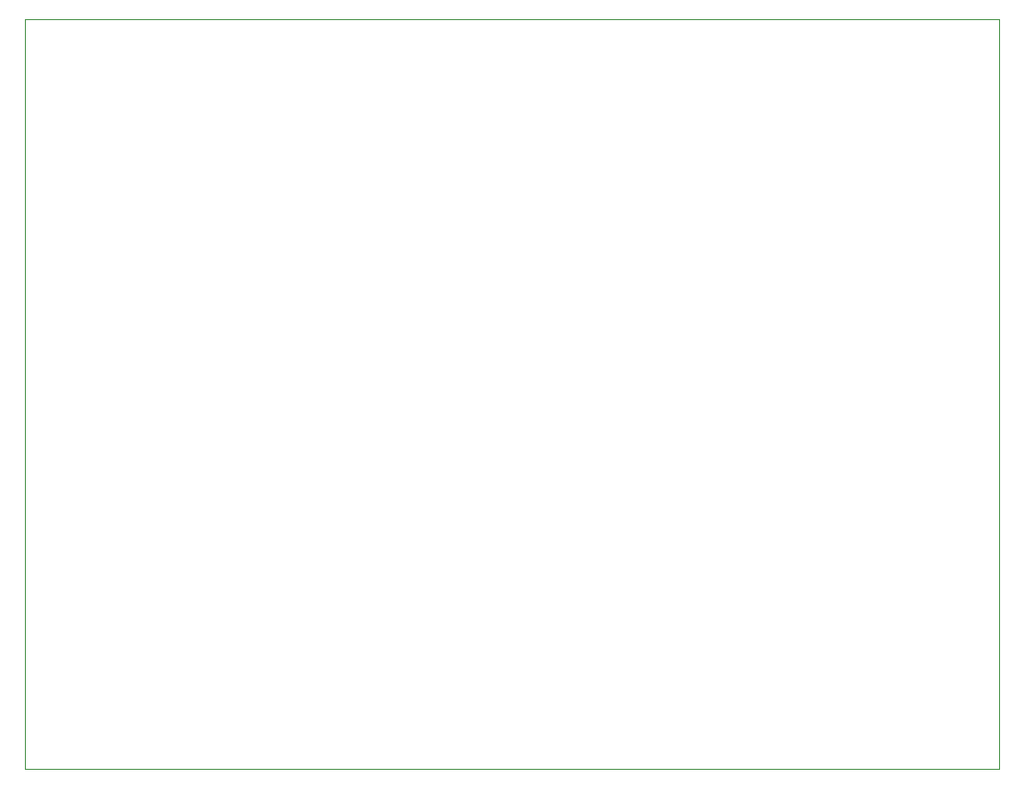
<source format=gbr>
G04 #@! TF.GenerationSoftware,KiCad,Pcbnew,(5.0.2)-1*
G04 #@! TF.CreationDate,2019-05-11T15:19:44-06:00*
G04 #@! TF.ProjectId,AndromedaV2.2,416e6472-6f6d-4656-9461-56322e322e6b,rev?*
G04 #@! TF.SameCoordinates,Original*
G04 #@! TF.FileFunction,Profile,NP*
%FSLAX46Y46*%
G04 Gerber Fmt 4.6, Leading zero omitted, Abs format (unit mm)*
G04 Created by KiCad (PCBNEW (5.0.2)-1) date 2019-05-11 3:19:44 PM*
%MOMM*%
%LPD*%
G01*
G04 APERTURE LIST*
%ADD10C,0.100000*%
G04 APERTURE END LIST*
D10*
X169926000Y-66548000D02*
X169926000Y-67818000D01*
X83820000Y-66548000D02*
X169926000Y-66548000D01*
X83820000Y-67818000D02*
X83820000Y-66548000D01*
X83820000Y-67818000D02*
X83820000Y-132842000D01*
X169926000Y-132842000D02*
X169926000Y-67818000D01*
X83820000Y-132842000D02*
X169926000Y-132842000D01*
M02*

</source>
